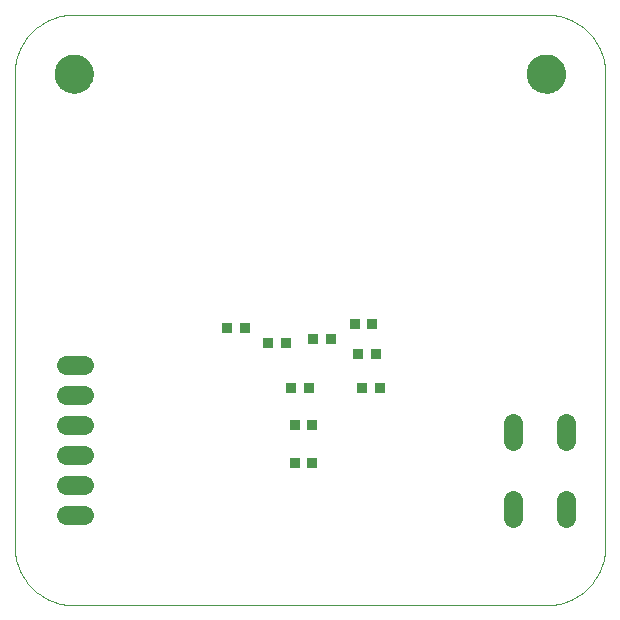
<source format=gts>
G75*
G70*
%OFA0B0*%
%FSLAX24Y24*%
%IPPOS*%
%LPD*%
%AMOC8*
5,1,8,0,0,1.08239X$1,22.5*
%
%ADD10C,0.0000*%
%ADD11R,0.0355X0.0355*%
%ADD12C,0.0634*%
%ADD13C,0.0640*%
%ADD14C,0.1300*%
D10*
X000655Y002624D02*
X000655Y018372D01*
X001994Y018372D02*
X001996Y018422D01*
X002002Y018472D01*
X002012Y018521D01*
X002026Y018569D01*
X002043Y018616D01*
X002064Y018661D01*
X002089Y018705D01*
X002117Y018746D01*
X002149Y018785D01*
X002183Y018822D01*
X002220Y018856D01*
X002260Y018886D01*
X002302Y018913D01*
X002346Y018937D01*
X002392Y018958D01*
X002439Y018974D01*
X002487Y018987D01*
X002537Y018996D01*
X002586Y019001D01*
X002637Y019002D01*
X002687Y018999D01*
X002736Y018992D01*
X002785Y018981D01*
X002833Y018966D01*
X002879Y018948D01*
X002924Y018926D01*
X002967Y018900D01*
X003008Y018871D01*
X003047Y018839D01*
X003083Y018804D01*
X003115Y018766D01*
X003145Y018726D01*
X003172Y018683D01*
X003195Y018639D01*
X003214Y018593D01*
X003230Y018545D01*
X003242Y018496D01*
X003250Y018447D01*
X003254Y018397D01*
X003254Y018347D01*
X003250Y018297D01*
X003242Y018248D01*
X003230Y018199D01*
X003214Y018151D01*
X003195Y018105D01*
X003172Y018061D01*
X003145Y018018D01*
X003115Y017978D01*
X003083Y017940D01*
X003047Y017905D01*
X003008Y017873D01*
X002967Y017844D01*
X002924Y017818D01*
X002879Y017796D01*
X002833Y017778D01*
X002785Y017763D01*
X002736Y017752D01*
X002687Y017745D01*
X002637Y017742D01*
X002586Y017743D01*
X002537Y017748D01*
X002487Y017757D01*
X002439Y017770D01*
X002392Y017786D01*
X002346Y017807D01*
X002302Y017831D01*
X002260Y017858D01*
X002220Y017888D01*
X002183Y017922D01*
X002149Y017959D01*
X002117Y017998D01*
X002089Y018039D01*
X002064Y018083D01*
X002043Y018128D01*
X002026Y018175D01*
X002012Y018223D01*
X002002Y018272D01*
X001996Y018322D01*
X001994Y018372D01*
X000655Y018372D02*
X000657Y018466D01*
X000664Y018559D01*
X000675Y018652D01*
X000691Y018745D01*
X000711Y018836D01*
X000735Y018927D01*
X000763Y019016D01*
X000796Y019104D01*
X000833Y019190D01*
X000874Y019274D01*
X000919Y019357D01*
X000968Y019437D01*
X001020Y019514D01*
X001076Y019589D01*
X001136Y019661D01*
X001199Y019731D01*
X001265Y019797D01*
X001335Y019860D01*
X001407Y019920D01*
X001482Y019976D01*
X001559Y020028D01*
X001639Y020077D01*
X001722Y020122D01*
X001806Y020163D01*
X001892Y020200D01*
X001980Y020233D01*
X002069Y020261D01*
X002160Y020285D01*
X002251Y020305D01*
X002344Y020321D01*
X002437Y020332D01*
X002530Y020339D01*
X002624Y020341D01*
X002624Y020340D02*
X018372Y020340D01*
X017742Y018372D02*
X017744Y018422D01*
X017750Y018472D01*
X017760Y018521D01*
X017774Y018569D01*
X017791Y018616D01*
X017812Y018661D01*
X017837Y018705D01*
X017865Y018746D01*
X017897Y018785D01*
X017931Y018822D01*
X017968Y018856D01*
X018008Y018886D01*
X018050Y018913D01*
X018094Y018937D01*
X018140Y018958D01*
X018187Y018974D01*
X018235Y018987D01*
X018285Y018996D01*
X018334Y019001D01*
X018385Y019002D01*
X018435Y018999D01*
X018484Y018992D01*
X018533Y018981D01*
X018581Y018966D01*
X018627Y018948D01*
X018672Y018926D01*
X018715Y018900D01*
X018756Y018871D01*
X018795Y018839D01*
X018831Y018804D01*
X018863Y018766D01*
X018893Y018726D01*
X018920Y018683D01*
X018943Y018639D01*
X018962Y018593D01*
X018978Y018545D01*
X018990Y018496D01*
X018998Y018447D01*
X019002Y018397D01*
X019002Y018347D01*
X018998Y018297D01*
X018990Y018248D01*
X018978Y018199D01*
X018962Y018151D01*
X018943Y018105D01*
X018920Y018061D01*
X018893Y018018D01*
X018863Y017978D01*
X018831Y017940D01*
X018795Y017905D01*
X018756Y017873D01*
X018715Y017844D01*
X018672Y017818D01*
X018627Y017796D01*
X018581Y017778D01*
X018533Y017763D01*
X018484Y017752D01*
X018435Y017745D01*
X018385Y017742D01*
X018334Y017743D01*
X018285Y017748D01*
X018235Y017757D01*
X018187Y017770D01*
X018140Y017786D01*
X018094Y017807D01*
X018050Y017831D01*
X018008Y017858D01*
X017968Y017888D01*
X017931Y017922D01*
X017897Y017959D01*
X017865Y017998D01*
X017837Y018039D01*
X017812Y018083D01*
X017791Y018128D01*
X017774Y018175D01*
X017760Y018223D01*
X017750Y018272D01*
X017744Y018322D01*
X017742Y018372D01*
X018372Y020341D02*
X018466Y020339D01*
X018559Y020332D01*
X018652Y020321D01*
X018745Y020305D01*
X018836Y020285D01*
X018927Y020261D01*
X019016Y020233D01*
X019104Y020200D01*
X019190Y020163D01*
X019274Y020122D01*
X019356Y020077D01*
X019437Y020028D01*
X019514Y019976D01*
X019589Y019920D01*
X019661Y019860D01*
X019731Y019797D01*
X019797Y019731D01*
X019860Y019661D01*
X019920Y019589D01*
X019976Y019514D01*
X020028Y019437D01*
X020077Y019356D01*
X020122Y019274D01*
X020163Y019190D01*
X020200Y019104D01*
X020233Y019016D01*
X020261Y018927D01*
X020285Y018836D01*
X020305Y018745D01*
X020321Y018652D01*
X020332Y018559D01*
X020339Y018466D01*
X020341Y018372D01*
X020340Y018372D02*
X020340Y002624D01*
X020341Y002624D02*
X020339Y002530D01*
X020332Y002437D01*
X020321Y002344D01*
X020305Y002251D01*
X020285Y002160D01*
X020261Y002069D01*
X020233Y001980D01*
X020200Y001892D01*
X020163Y001806D01*
X020122Y001722D01*
X020077Y001640D01*
X020028Y001559D01*
X019976Y001482D01*
X019920Y001407D01*
X019860Y001335D01*
X019797Y001265D01*
X019731Y001199D01*
X019661Y001136D01*
X019589Y001076D01*
X019514Y001020D01*
X019437Y000968D01*
X019357Y000919D01*
X019274Y000874D01*
X019190Y000833D01*
X019104Y000796D01*
X019016Y000763D01*
X018927Y000735D01*
X018836Y000711D01*
X018745Y000691D01*
X018652Y000675D01*
X018559Y000664D01*
X018466Y000657D01*
X018372Y000655D01*
X002624Y000655D01*
X002530Y000657D01*
X002437Y000664D01*
X002344Y000675D01*
X002251Y000691D01*
X002160Y000711D01*
X002069Y000735D01*
X001980Y000763D01*
X001892Y000796D01*
X001806Y000833D01*
X001722Y000874D01*
X001639Y000919D01*
X001559Y000968D01*
X001482Y001020D01*
X001407Y001076D01*
X001335Y001136D01*
X001265Y001199D01*
X001199Y001265D01*
X001136Y001335D01*
X001076Y001407D01*
X001020Y001482D01*
X000968Y001559D01*
X000919Y001640D01*
X000874Y001722D01*
X000833Y001806D01*
X000796Y001892D01*
X000763Y001980D01*
X000735Y002069D01*
X000711Y002160D01*
X000691Y002251D01*
X000675Y002344D01*
X000664Y002437D01*
X000657Y002530D01*
X000655Y002624D01*
D11*
X007735Y009905D03*
X008325Y009905D03*
X009110Y009405D03*
X009700Y009405D03*
X010610Y009530D03*
X011200Y009530D03*
X011985Y010030D03*
X012575Y010030D03*
X012700Y009030D03*
X012110Y009030D03*
X012235Y007905D03*
X012825Y007905D03*
X010450Y007905D03*
X009860Y007905D03*
X009985Y006655D03*
X010575Y006655D03*
X010575Y005405D03*
X009985Y005405D03*
D12*
X002952Y005655D02*
X002358Y005655D01*
X002358Y006655D02*
X002952Y006655D01*
X002952Y007655D02*
X002358Y007655D01*
X002358Y008655D02*
X002952Y008655D01*
X002952Y004655D02*
X002358Y004655D01*
X002358Y003655D02*
X002952Y003655D01*
D13*
X017265Y003575D02*
X017265Y004175D01*
X019045Y004175D02*
X019045Y003575D01*
X019045Y006135D02*
X019045Y006735D01*
X017265Y006735D02*
X017265Y006135D01*
D14*
X018372Y018372D03*
X002624Y018372D03*
M02*

</source>
